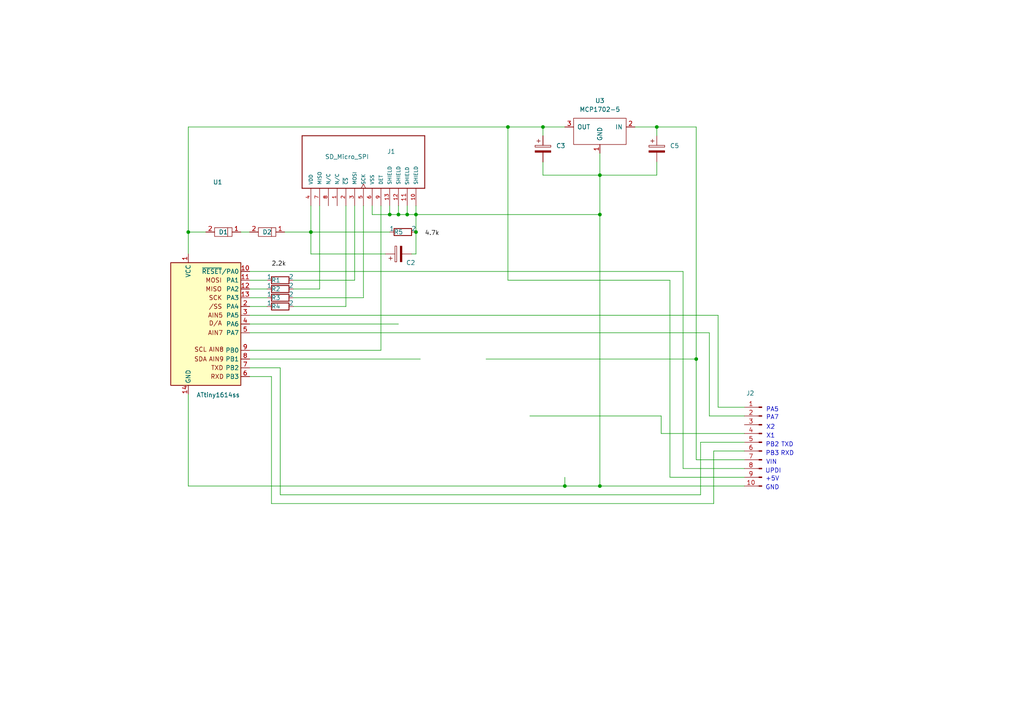
<source format=kicad_sch>
(kicad_sch
	(version 20231120)
	(generator "eeschema")
	(generator_version "8.0")
	(uuid "b5cd6db1-4abe-4d3c-9ebc-c75c5a7dcb00")
	(paper "A4")
	(lib_symbols
		(symbol "0_Library:1N4004"
			(pin_names
				(offset 1.016)
			)
			(exclude_from_sim no)
			(in_bom yes)
			(on_board yes)
			(property "Reference" "D"
				(at 5.08 0 0)
				(do_not_autoplace)
				(effects
					(font
						(size 1.27 1.27)
					)
				)
			)
			(property "Value" "1N4004"
				(at 12.7 -1.27 0)
				(do_not_autoplace)
				(effects
					(font
						(size 1.27 1.27)
					)
					(hide yes)
				)
			)
			(property "Footprint" "0_Footprint:DO_PWR"
				(at 3.81 -2.54 0)
				(effects
					(font
						(size 1.27 1.27)
					)
					(hide yes)
				)
			)
			(property "Datasheet" ""
				(at 5.08 0 0)
				(effects
					(font
						(size 1.27 1.27)
					)
					(hide yes)
				)
			)
			(property "Description" ""
				(at 0 0 0)
				(effects
					(font
						(size 1.27 1.27)
					)
					(hide yes)
				)
			)
			(symbol "1N4004_0_1"
				(polyline
					(pts
						(xy 3.81 1.27) (xy 3.81 -1.27)
					)
					(stroke
						(width 0)
						(type solid)
					)
					(fill
						(type none)
					)
				)
				(rectangle
					(start 2.54 1.27)
					(end 7.62 -1.27)
					(stroke
						(width 0)
						(type solid)
					)
					(fill
						(type none)
					)
				)
			)
			(symbol "1N4004_1_1"
				(pin input line
					(at 0 0 0)
					(length 2.54)
					(name "~"
						(effects
							(font
								(size 1.27 1.27)
							)
						)
					)
					(number "1"
						(effects
							(font
								(size 1.27 1.27)
							)
						)
					)
				)
				(pin input line
					(at 10.16 0 180)
					(length 2.54)
					(name "~"
						(effects
							(font
								(size 1.27 1.27)
							)
						)
					)
					(number "2"
						(effects
							(font
								(size 1.27 1.27)
							)
						)
					)
				)
			)
		)
		(symbol "0_Library:ATtiny1614ss"
			(exclude_from_sim no)
			(in_bom yes)
			(on_board yes)
			(property "Reference" "U"
				(at -12.7 16.51 0)
				(effects
					(font
						(size 1.27 1.27)
					)
					(justify left bottom)
				)
			)
			(property "Value" "ATtiny1614ss"
				(at 20.32 -34.036 0)
				(effects
					(font
						(size 1.27 1.27)
					)
					(justify left top)
				)
			)
			(property "Footprint" "Package_SO:SOIC-14_3.9x8.7mm_P1.27mm"
				(at -2.54 33.02 0)
				(effects
					(font
						(size 1.27 1.27)
						(italic yes)
					)
					(hide yes)
				)
			)
			(property "Datasheet" ""
				(at -2.54 33.02 0)
				(effects
					(font
						(size 1.27 1.27)
					)
					(hide yes)
				)
			)
			(property "Description" ""
				(at -2.54 33.02 0)
				(effects
					(font
						(size 1.27 1.27)
					)
					(hide yes)
				)
			)
			(property "ki_keywords" "AVR 8bit Microcontroller tinyAVR"
				(at 0 0 0)
				(effects
					(font
						(size 1.27 1.27)
					)
					(hide yes)
				)
			)
			(property "ki_fp_filters" "SOIC*3.9x8.7mm*P1.27mm*"
				(at 0 0 0)
				(effects
					(font
						(size 1.27 1.27)
					)
					(hide yes)
				)
			)
			(symbol "ATtiny1614ss_0_1"
				(rectangle
					(start -7.62 12.7)
					(end 12.7 -22.86)
					(stroke
						(width 0.254)
						(type default)
					)
					(fill
						(type background)
					)
				)
			)
			(symbol "ATtiny1614ss_1_1"
				(text "/SS"
					(at 5.334 0 0)
					(effects
						(font
							(size 1.27 1.27)
						)
					)
				)
				(text "AIN5"
					(at 5.334 -2.54 0)
					(effects
						(font
							(size 1.27 1.27)
						)
					)
				)
				(text "AIN7"
					(at 5.334 -7.62 0)
					(effects
						(font
							(size 1.27 1.27)
						)
					)
				)
				(text "AIN8"
					(at 5.588 -12.446 0)
					(effects
						(font
							(size 1.27 1.27)
						)
					)
				)
				(text "AIN9"
					(at 5.588 -15.24 0)
					(effects
						(font
							(size 1.27 1.27)
						)
					)
				)
				(text "D/A"
					(at 5.334 -4.826 0)
					(effects
						(font
							(size 1.27 1.27)
						)
					)
				)
				(text "MISO"
					(at 4.826 5.08 0)
					(effects
						(font
							(size 1.27 1.27)
						)
					)
				)
				(text "MOSI"
					(at 4.826 7.62 0)
					(effects
						(font
							(size 1.27 1.27)
						)
					)
				)
				(text "RXD"
					(at 5.842 -20.32 0)
					(effects
						(font
							(size 1.27 1.27)
						)
					)
				)
				(text "SCK"
					(at 5.334 2.54 0)
					(effects
						(font
							(size 1.27 1.27)
						)
					)
				)
				(text "SCL"
					(at 1.016 -12.446 0)
					(effects
						(font
							(size 1.27 1.27)
						)
					)
				)
				(text "SDA"
					(at 1.016 -15.24 0)
					(effects
						(font
							(size 1.27 1.27)
						)
					)
				)
				(text "TXD"
					(at 5.842 -17.78 0)
					(effects
						(font
							(size 1.27 1.27)
						)
					)
				)
				(pin power_in line
					(at -2.54 15.24 270)
					(length 2.54)
					(name "VCC"
						(effects
							(font
								(size 1.27 1.27)
							)
						)
					)
					(number "1"
						(effects
							(font
								(size 1.27 1.27)
							)
						)
					)
				)
				(pin bidirectional line
					(at 15.24 10.16 180)
					(length 2.54)
					(name "~{RESET}/PA0"
						(effects
							(font
								(size 1.27 1.27)
							)
						)
					)
					(number "10"
						(effects
							(font
								(size 1.27 1.27)
							)
						)
					)
				)
				(pin bidirectional line
					(at 15.24 7.62 180)
					(length 2.54)
					(name "PA1"
						(effects
							(font
								(size 1.27 1.27)
							)
						)
					)
					(number "11"
						(effects
							(font
								(size 1.27 1.27)
							)
						)
					)
				)
				(pin bidirectional line
					(at 15.24 5.08 180)
					(length 2.54)
					(name "PA2"
						(effects
							(font
								(size 1.27 1.27)
							)
						)
					)
					(number "12"
						(effects
							(font
								(size 1.27 1.27)
							)
						)
					)
				)
				(pin bidirectional line
					(at 15.24 2.54 180)
					(length 2.54)
					(name "PA3"
						(effects
							(font
								(size 1.27 1.27)
							)
						)
					)
					(number "13"
						(effects
							(font
								(size 1.27 1.27)
							)
						)
					)
				)
				(pin power_in line
					(at -2.54 -25.4 90)
					(length 2.54)
					(name "GND"
						(effects
							(font
								(size 1.27 1.27)
							)
						)
					)
					(number "14"
						(effects
							(font
								(size 1.27 1.27)
							)
						)
					)
				)
				(pin bidirectional line
					(at 15.24 0 180)
					(length 2.54)
					(name "PA4"
						(effects
							(font
								(size 1.27 1.27)
							)
						)
					)
					(number "2"
						(effects
							(font
								(size 1.27 1.27)
							)
						)
					)
				)
				(pin bidirectional line
					(at 15.24 -2.54 180)
					(length 2.54)
					(name "PA5"
						(effects
							(font
								(size 1.27 1.27)
							)
						)
					)
					(number "3"
						(effects
							(font
								(size 1.27 1.27)
							)
						)
					)
				)
				(pin bidirectional line
					(at 15.24 -5.08 180)
					(length 2.54)
					(name "PA6"
						(effects
							(font
								(size 1.27 1.27)
							)
						)
					)
					(number "4"
						(effects
							(font
								(size 1.27 1.27)
							)
						)
					)
				)
				(pin bidirectional line
					(at 15.24 -7.62 180)
					(length 2.54)
					(name "PA7"
						(effects
							(font
								(size 1.27 1.27)
							)
						)
					)
					(number "5"
						(effects
							(font
								(size 1.27 1.27)
							)
						)
					)
				)
				(pin bidirectional line
					(at 15.24 -20.32 180)
					(length 2.54)
					(name "PB3"
						(effects
							(font
								(size 1.27 1.27)
							)
						)
					)
					(number "6"
						(effects
							(font
								(size 1.27 1.27)
							)
						)
					)
				)
				(pin bidirectional line
					(at 15.24 -17.78 180)
					(length 2.54)
					(name "PB2"
						(effects
							(font
								(size 1.27 1.27)
							)
						)
					)
					(number "7"
						(effects
							(font
								(size 1.27 1.27)
							)
						)
					)
				)
				(pin bidirectional line
					(at 15.24 -15.24 180)
					(length 2.54)
					(name "PB1"
						(effects
							(font
								(size 1.27 1.27)
							)
						)
					)
					(number "8"
						(effects
							(font
								(size 1.27 1.27)
							)
						)
					)
				)
				(pin bidirectional line
					(at 15.24 -12.7 180)
					(length 2.54)
					(name "PB0"
						(effects
							(font
								(size 1.27 1.27)
							)
						)
					)
					(number "9"
						(effects
							(font
								(size 1.27 1.27)
							)
						)
					)
				)
			)
		)
		(symbol "0_Library:CP_Small"
			(pin_numbers hide)
			(pin_names
				(offset 0.0508)
			)
			(exclude_from_sim no)
			(in_bom yes)
			(on_board yes)
			(property "Reference" "C"
				(at 0.635 6.35 0)
				(effects
					(font
						(size 1.27 1.27)
					)
					(justify left)
				)
			)
			(property "Value" "CP_Small"
				(at 0.635 1.27 0)
				(effects
					(font
						(size 1.27 1.27)
					)
					(justify left)
					(hide yes)
				)
			)
			(property "Footprint" "Capacitor_THT:CP_Radial_D4.0mm_P2.00mm"
				(at 0.9652 0 0)
				(effects
					(font
						(size 1.27 1.27)
					)
					(hide yes)
				)
			)
			(property "Datasheet" "~"
				(at 0 3.81 0)
				(effects
					(font
						(size 1.27 1.27)
					)
					(hide yes)
				)
			)
			(property "Description" "Polarized capacitor"
				(at 0 0 0)
				(effects
					(font
						(size 1.27 1.27)
					)
					(hide yes)
				)
			)
			(property "ki_keywords" "cap capacitor"
				(at 0 0 0)
				(effects
					(font
						(size 1.27 1.27)
					)
					(hide yes)
				)
			)
			(property "ki_fp_filters" "CP_*"
				(at 0 0 0)
				(effects
					(font
						(size 1.27 1.27)
					)
					(hide yes)
				)
			)
			(symbol "CP_Small_0_1"
				(rectangle
					(start -2.286 4.318)
					(end 2.286 4.826)
					(stroke
						(width 0)
						(type solid)
					)
					(fill
						(type none)
					)
				)
				(polyline
					(pts
						(xy -1.778 6.096) (xy -0.762 6.096)
					)
					(stroke
						(width 0)
						(type solid)
					)
					(fill
						(type none)
					)
				)
				(polyline
					(pts
						(xy -1.27 6.604) (xy -1.27 5.588)
					)
					(stroke
						(width 0)
						(type solid)
					)
					(fill
						(type none)
					)
				)
				(rectangle
					(start 2.286 3.302)
					(end -2.286 2.794)
					(stroke
						(width 0)
						(type solid)
					)
					(fill
						(type outline)
					)
				)
			)
			(symbol "CP_Small_1_1"
				(pin passive line
					(at 0 7.62 270)
					(length 2.794)
					(name "~"
						(effects
							(font
								(size 1.27 1.27)
							)
						)
					)
					(number "1"
						(effects
							(font
								(size 1.27 1.27)
							)
						)
					)
				)
				(pin passive line
					(at 0 0 90)
					(length 2.794)
					(name "~"
						(effects
							(font
								(size 1.27 1.27)
							)
						)
					)
					(number "2"
						(effects
							(font
								(size 1.27 1.27)
							)
						)
					)
				)
			)
		)
		(symbol "0_Library:Conn_01x10_MaleP"
			(pin_names
				(offset 1.016) hide)
			(exclude_from_sim no)
			(in_bom yes)
			(on_board yes)
			(property "Reference" "J"
				(at 0 12.7 0)
				(effects
					(font
						(size 1.27 1.27)
					)
				)
			)
			(property "Value" "Conn_01x10_MaleP"
				(at 0 -15.24 0)
				(effects
					(font
						(size 1.27 1.27)
					)
					(hide yes)
				)
			)
			(property "Footprint" "Connector_PinHeader_2.54mm:PinHeader_1x10_P2.54mm_Vertical"
				(at 0 0 0)
				(effects
					(font
						(size 1.27 1.27)
					)
					(hide yes)
				)
			)
			(property "Datasheet" "~"
				(at 0 0 0)
				(effects
					(font
						(size 1.27 1.27)
					)
					(hide yes)
				)
			)
			(property "Description" "Generic connector, single row, 01x10, script generated (kicad-library-utils/schlib/autogen/connector/)"
				(at 0 0 0)
				(effects
					(font
						(size 1.27 1.27)
					)
					(hide yes)
				)
			)
			(property "ki_keywords" "connector"
				(at 0 0 0)
				(effects
					(font
						(size 1.27 1.27)
					)
					(hide yes)
				)
			)
			(property "ki_fp_filters" "Connector*:*_1x??_*"
				(at 0 0 0)
				(effects
					(font
						(size 1.27 1.27)
					)
					(hide yes)
				)
			)
			(symbol "Conn_01x10_MaleP_1_1"
				(polyline
					(pts
						(xy 1.27 -12.7) (xy 0.8636 -12.7)
					)
					(stroke
						(width 0.1524)
						(type solid)
					)
					(fill
						(type none)
					)
				)
				(polyline
					(pts
						(xy 1.27 -10.16) (xy 0.8636 -10.16)
					)
					(stroke
						(width 0.1524)
						(type solid)
					)
					(fill
						(type none)
					)
				)
				(polyline
					(pts
						(xy 1.27 -7.62) (xy 0.8636 -7.62)
					)
					(stroke
						(width 0.1524)
						(type solid)
					)
					(fill
						(type none)
					)
				)
				(polyline
					(pts
						(xy 1.27 -5.08) (xy 0.8636 -5.08)
					)
					(stroke
						(width 0.1524)
						(type solid)
					)
					(fill
						(type none)
					)
				)
				(polyline
					(pts
						(xy 1.27 -2.54) (xy 0.8636 -2.54)
					)
					(stroke
						(width 0.1524)
						(type solid)
					)
					(fill
						(type none)
					)
				)
				(polyline
					(pts
						(xy 1.27 0) (xy 0.8636 0)
					)
					(stroke
						(width 0.1524)
						(type solid)
					)
					(fill
						(type none)
					)
				)
				(polyline
					(pts
						(xy 1.27 2.54) (xy 0.8636 2.54)
					)
					(stroke
						(width 0.1524)
						(type solid)
					)
					(fill
						(type none)
					)
				)
				(polyline
					(pts
						(xy 1.27 5.08) (xy 0.8636 5.08)
					)
					(stroke
						(width 0.1524)
						(type solid)
					)
					(fill
						(type none)
					)
				)
				(polyline
					(pts
						(xy 1.27 7.62) (xy 0.8636 7.62)
					)
					(stroke
						(width 0.1524)
						(type solid)
					)
					(fill
						(type none)
					)
				)
				(polyline
					(pts
						(xy 1.27 10.16) (xy 0.8636 10.16)
					)
					(stroke
						(width 0.1524)
						(type solid)
					)
					(fill
						(type none)
					)
				)
				(rectangle
					(start 0.8636 -12.573)
					(end 0 -12.827)
					(stroke
						(width 0.1524)
						(type solid)
					)
					(fill
						(type outline)
					)
				)
				(rectangle
					(start 0.8636 -10.033)
					(end 0 -10.287)
					(stroke
						(width 0.1524)
						(type solid)
					)
					(fill
						(type outline)
					)
				)
				(rectangle
					(start 0.8636 -7.493)
					(end 0 -7.747)
					(stroke
						(width 0.1524)
						(type solid)
					)
					(fill
						(type outline)
					)
				)
				(rectangle
					(start 0.8636 -4.953)
					(end 0 -5.207)
					(stroke
						(width 0.1524)
						(type solid)
					)
					(fill
						(type outline)
					)
				)
				(rectangle
					(start 0.8636 -2.413)
					(end 0 -2.667)
					(stroke
						(width 0.1524)
						(type solid)
					)
					(fill
						(type outline)
					)
				)
				(rectangle
					(start 0.8636 0.127)
					(end 0 -0.127)
					(stroke
						(width 0.1524)
						(type solid)
					)
					(fill
						(type outline)
					)
				)
				(rectangle
					(start 0.8636 2.667)
					(end 0 2.413)
					(stroke
						(width 0.1524)
						(type solid)
					)
					(fill
						(type outline)
					)
				)
				(rectangle
					(start 0.8636 5.207)
					(end 0 4.953)
					(stroke
						(width 0.1524)
						(type solid)
					)
					(fill
						(type outline)
					)
				)
				(rectangle
					(start 0.8636 7.747)
					(end 0 7.493)
					(stroke
						(width 0.1524)
						(type solid)
					)
					(fill
						(type outline)
					)
				)
				(rectangle
					(start 0.8636 10.287)
					(end 0 10.033)
					(stroke
						(width 0.1524)
						(type solid)
					)
					(fill
						(type outline)
					)
				)
				(pin passive line
					(at 5.08 10.16 180)
					(length 3.81)
					(name "Pin_1"
						(effects
							(font
								(size 1.27 1.27)
							)
						)
					)
					(number "1"
						(effects
							(font
								(size 1.27 1.27)
							)
						)
					)
				)
				(pin passive line
					(at 5.08 -12.7 180)
					(length 3.81)
					(name "Pin_10"
						(effects
							(font
								(size 1.27 1.27)
							)
						)
					)
					(number "10"
						(effects
							(font
								(size 1.27 1.27)
							)
						)
					)
				)
				(pin passive line
					(at 5.08 7.62 180)
					(length 3.81)
					(name "Pin_2"
						(effects
							(font
								(size 1.27 1.27)
							)
						)
					)
					(number "2"
						(effects
							(font
								(size 1.27 1.27)
							)
						)
					)
				)
				(pin passive line
					(at 5.08 5.08 180)
					(length 3.81)
					(name "Pin_3"
						(effects
							(font
								(size 1.27 1.27)
							)
						)
					)
					(number "3"
						(effects
							(font
								(size 1.27 1.27)
							)
						)
					)
				)
				(pin passive line
					(at 5.08 2.54 180)
					(length 3.81)
					(name "Pin_4"
						(effects
							(font
								(size 1.27 1.27)
							)
						)
					)
					(number "4"
						(effects
							(font
								(size 1.27 1.27)
							)
						)
					)
				)
				(pin passive line
					(at 5.08 0 180)
					(length 3.81)
					(name "Pin_5"
						(effects
							(font
								(size 1.27 1.27)
							)
						)
					)
					(number "5"
						(effects
							(font
								(size 1.27 1.27)
							)
						)
					)
				)
				(pin passive line
					(at 5.08 -2.54 180)
					(length 3.81)
					(name "Pin_6"
						(effects
							(font
								(size 1.27 1.27)
							)
						)
					)
					(number "6"
						(effects
							(font
								(size 1.27 1.27)
							)
						)
					)
				)
				(pin passive line
					(at 5.08 -5.08 180)
					(length 3.81)
					(name "Pin_7"
						(effects
							(font
								(size 1.27 1.27)
							)
						)
					)
					(number "7"
						(effects
							(font
								(size 1.27 1.27)
							)
						)
					)
				)
				(pin passive line
					(at 5.08 -7.62 180)
					(length 3.81)
					(name "Pin_8"
						(effects
							(font
								(size 1.27 1.27)
							)
						)
					)
					(number "8"
						(effects
							(font
								(size 1.27 1.27)
							)
						)
					)
				)
				(pin passive line
					(at 5.08 -10.16 180)
					(length 3.81)
					(name "Pin_9"
						(effects
							(font
								(size 1.27 1.27)
							)
						)
					)
					(number "9"
						(effects
							(font
								(size 1.27 1.27)
							)
						)
					)
				)
			)
		)
		(symbol "0_Library:MCP1702-5"
			(pin_names
				(offset 1.016)
			)
			(exclude_from_sim no)
			(in_bom yes)
			(on_board yes)
			(property "Reference" "U"
				(at -7.62 7.62 0)
				(effects
					(font
						(size 1.27 1.27)
					)
				)
			)
			(property "Value" "MCP1702-5"
				(at -2.54 5.08 0)
				(effects
					(font
						(size 1.27 1.27)
					)
				)
			)
			(property "Footprint" "0_Footprint:TO-92X"
				(at 7.62 -7.62 0)
				(effects
					(font
						(size 1.27 1.27)
					)
					(hide yes)
				)
			)
			(property "Datasheet" ""
				(at 0 0 0)
				(effects
					(font
						(size 1.27 1.27)
					)
					(hide yes)
				)
			)
			(property "Description" ""
				(at 0 0 0)
				(effects
					(font
						(size 1.27 1.27)
					)
					(hide yes)
				)
			)
			(symbol "MCP1702-5_0_1"
				(rectangle
					(start -10.16 2.54)
					(end 5.08 -5.08)
					(stroke
						(width 0)
						(type solid)
					)
					(fill
						(type none)
					)
				)
			)
			(symbol "MCP1702-5_1_1"
				(pin input line
					(at -2.54 -7.62 90)
					(length 2.54)
					(name "GND"
						(effects
							(font
								(size 1.27 1.27)
							)
						)
					)
					(number "1"
						(effects
							(font
								(size 1.27 1.27)
							)
						)
					)
				)
				(pin input line
					(at -12.7 0 0)
					(length 2.54)
					(name "IN"
						(effects
							(font
								(size 1.27 1.27)
							)
						)
					)
					(number "2"
						(effects
							(font
								(size 1.27 1.27)
							)
						)
					)
				)
				(pin input line
					(at 7.62 0 180)
					(length 2.54)
					(name "OUT"
						(effects
							(font
								(size 1.27 1.27)
							)
						)
					)
					(number "3"
						(effects
							(font
								(size 1.27 1.27)
							)
						)
					)
				)
			)
		)
		(symbol "0_Library:Resistor"
			(pin_numbers hide)
			(pin_names
				(offset 0)
			)
			(exclude_from_sim no)
			(in_bom yes)
			(on_board yes)
			(property "Reference" "R"
				(at 2.54 0 0)
				(do_not_autoplace)
				(effects
					(font
						(size 1.27 1.27)
					)
				)
			)
			(property "Value" "Resistor"
				(at 7.62 0.635 0)
				(effects
					(font
						(size 0.2032 0.2032)
					)
					(hide yes)
				)
			)
			(property "Footprint" "0_Footprint:QWSlim"
				(at 5.08 -2.54 0)
				(effects
					(font
						(size 1.27 1.27)
					)
					(hide yes)
				)
			)
			(property "Datasheet" "~"
				(at 3.81 2.54 90)
				(effects
					(font
						(size 1.27 1.27)
					)
					(hide yes)
				)
			)
			(property "Description" "Resistor"
				(at 0 0 0)
				(effects
					(font
						(size 1.27 1.27)
					)
					(hide yes)
				)
			)
			(property "ki_keywords" "R res resistor"
				(at 0 0 0)
				(effects
					(font
						(size 1.27 1.27)
					)
					(hide yes)
				)
			)
			(property "ki_fp_filters" "R_*"
				(at 0 0 0)
				(effects
					(font
						(size 1.27 1.27)
					)
					(hide yes)
				)
			)
			(symbol "Resistor_1_1"
				(rectangle
					(start 1.27 1.016)
					(end 6.35 -1.016)
					(stroke
						(width 0.254)
						(type solid)
					)
					(fill
						(type none)
					)
				)
				(pin passive line
					(at 0 0 0)
					(length 1.27)
					(name "1"
						(effects
							(font
								(size 1.27 1.27)
							)
						)
					)
					(number "1"
						(effects
							(font
								(size 1.27 1.27)
							)
						)
					)
				)
				(pin passive line
					(at 7.62 0 180)
					(length 1.27)
					(name "2"
						(effects
							(font
								(size 1.27 1.27)
							)
						)
					)
					(number "2"
						(effects
							(font
								(size 1.27 1.27)
							)
						)
					)
				)
			)
		)
		(symbol "0_Library:SD_Micro_SPI"
			(pin_names
				(offset 1.016)
			)
			(exclude_from_sim no)
			(in_bom yes)
			(on_board yes)
			(property "Reference" "J"
				(at 6.096 16.51 0)
				(effects
					(font
						(size 1.27 1.27)
					)
					(justify left bottom)
				)
			)
			(property "Value" "SD_Micro_SPI"
				(at 11.938 -15.494 90)
				(effects
					(font
						(size 1.27 1.27)
					)
					(justify left bottom)
				)
			)
			(property "Footprint" "0_Footprint:SD_Micro4A"
				(at 12.7 5.08 0)
				(effects
					(font
						(size 1.27 1.27)
					)
					(justify left bottom)
					(hide yes)
				)
			)
			(property "Datasheet" ""
				(at 0 -1.27 0)
				(effects
					(font
						(size 1.27 1.27)
					)
					(justify left bottom)
					(hide yes)
				)
			)
			(property "Description" ""
				(at 0 -1.27 0)
				(effects
					(font
						(size 1.27 1.27)
					)
					(hide yes)
				)
			)
			(property "MANUFACTURER" "GCT"
				(at 12.7 8.89 0)
				(effects
					(font
						(size 1.27 1.27)
					)
					(justify left bottom)
					(hide yes)
				)
			)
			(symbol "SD_Micro_SPI_0_0"
				(polyline
					(pts
						(xy 0 -20.32) (xy 0 15.24)
					)
					(stroke
						(width 0.254)
						(type solid)
					)
					(fill
						(type none)
					)
				)
				(polyline
					(pts
						(xy 0 15.24) (xy 15.24 15.24)
					)
					(stroke
						(width 0.254)
						(type solid)
					)
					(fill
						(type none)
					)
				)
				(polyline
					(pts
						(xy 15.24 -20.32) (xy 0 -20.32)
					)
					(stroke
						(width 0.254)
						(type solid)
					)
					(fill
						(type none)
					)
				)
				(polyline
					(pts
						(xy 15.24 15.24) (xy 15.24 -20.32)
					)
					(stroke
						(width 0.254)
						(type solid)
					)
					(fill
						(type none)
					)
				)
				(pin bidirectional line
					(at -5.08 5.08 0)
					(length 5.08)
					(name "N/C"
						(effects
							(font
								(size 1.016 1.016)
							)
						)
					)
					(number "1"
						(effects
							(font
								(size 1.016 1.016)
							)
						)
					)
				)
				(pin passive line
					(at -5.08 -17.78 0)
					(length 5.08)
					(name "SHIELD"
						(effects
							(font
								(size 1.016 1.016)
							)
						)
					)
					(number "10"
						(effects
							(font
								(size 1.016 1.016)
							)
						)
					)
				)
				(pin passive line
					(at -5.08 -12.7 0)
					(length 5.08)
					(name "SHIELD"
						(effects
							(font
								(size 1.016 1.016)
							)
						)
					)
					(number "12"
						(effects
							(font
								(size 1.016 1.016)
							)
						)
					)
				)
				(pin passive line
					(at -5.08 -10.16 0)
					(length 5.08)
					(name "SHIELD"
						(effects
							(font
								(size 1.016 1.016)
							)
						)
					)
					(number "13"
						(effects
							(font
								(size 1.016 1.016)
							)
						)
					)
				)
				(pin bidirectional line
					(at -5.08 2.54 0)
					(length 5.08)
					(name "~{CS}"
						(effects
							(font
								(size 1.016 1.016)
							)
						)
					)
					(number "2"
						(effects
							(font
								(size 1.016 1.016)
							)
						)
					)
				)
				(pin bidirectional line
					(at -5.08 0 0)
					(length 5.08)
					(name "MOSI"
						(effects
							(font
								(size 1.016 1.016)
							)
						)
					)
					(number "3"
						(effects
							(font
								(size 1.016 1.016)
							)
						)
					)
				)
				(pin power_in line
					(at -5.08 12.7 0)
					(length 5.08)
					(name "VDD"
						(effects
							(font
								(size 1.016 1.016)
							)
						)
					)
					(number "4"
						(effects
							(font
								(size 1.016 1.016)
							)
						)
					)
				)
				(pin bidirectional clock
					(at -5.08 -2.54 0)
					(length 5.08)
					(name "SCK"
						(effects
							(font
								(size 1.016 1.016)
							)
						)
					)
					(number "5"
						(effects
							(font
								(size 1.016 1.016)
							)
						)
					)
				)
				(pin power_in line
					(at -5.08 -5.08 0)
					(length 5.08)
					(name "VSS"
						(effects
							(font
								(size 1.016 1.016)
							)
						)
					)
					(number "6"
						(effects
							(font
								(size 1.016 1.016)
							)
						)
					)
				)
				(pin bidirectional line
					(at -5.08 10.16 0)
					(length 5.08)
					(name "MISO"
						(effects
							(font
								(size 1.016 1.016)
							)
						)
					)
					(number "7"
						(effects
							(font
								(size 1.016 1.016)
							)
						)
					)
				)
				(pin bidirectional line
					(at -5.08 7.62 0)
					(length 5.08)
					(name "N/C"
						(effects
							(font
								(size 1.016 1.016)
							)
						)
					)
					(number "8"
						(effects
							(font
								(size 1.016 1.016)
							)
						)
					)
				)
				(pin passive line
					(at -5.08 -7.62 0)
					(length 5.08)
					(name "DET"
						(effects
							(font
								(size 1.016 1.016)
							)
						)
					)
					(number "9"
						(effects
							(font
								(size 1.016 1.016)
							)
						)
					)
				)
			)
			(symbol "SD_Micro_SPI_1_1"
				(pin input line
					(at -5.08 -15.24 0)
					(length 5.0038)
					(name "SHIELD"
						(effects
							(font
								(size 0.9906 0.9906)
							)
						)
					)
					(number "11"
						(effects
							(font
								(size 1.27 1.27)
							)
						)
					)
				)
			)
		)
	)
	(junction
		(at 147.32 36.83)
		(diameter 0)
		(color 0 0 0 0)
		(uuid "05a28a24-8826-4672-9fa3-c1c82cfc9bd7")
	)
	(junction
		(at 173.99 50.8)
		(diameter 0)
		(color 0 0 0 0)
		(uuid "077c89c9-5884-4c04-bab7-633e78e9990e")
	)
	(junction
		(at 201.93 104.14)
		(diameter 0)
		(color 0 0 0 0)
		(uuid "2fa883b6-043a-4367-99d5-590fb15981fd")
	)
	(junction
		(at 157.48 36.83)
		(diameter 0)
		(color 0 0 0 0)
		(uuid "44915681-b9ac-4cbf-8f40-b04c8eab8cb7")
	)
	(junction
		(at 173.99 140.97)
		(diameter 0)
		(color 0 0 0 0)
		(uuid "4ee1ece5-dc42-41d8-9ec0-d05d8c2e3f25")
	)
	(junction
		(at 163.83 140.97)
		(diameter 0)
		(color 0 0 0 0)
		(uuid "54b4f876-aca5-46b1-9eb8-85a472cbeeee")
	)
	(junction
		(at 118.11 62.23)
		(diameter 0)
		(color 0 0 0 0)
		(uuid "828124a0-248d-4bff-ace1-a46f036a0dfc")
	)
	(junction
		(at 113.03 62.23)
		(diameter 0)
		(color 0 0 0 0)
		(uuid "a335c02a-5f92-4ba9-8f8b-c58c1f846fd0")
	)
	(junction
		(at 115.57 62.23)
		(diameter 0)
		(color 0 0 0 0)
		(uuid "bc243f32-e24a-44d9-9aff-829fba0d541d")
	)
	(junction
		(at 190.5 36.83)
		(diameter 0)
		(color 0 0 0 0)
		(uuid "d250ae60-1c43-401d-a9b3-293fe575784a")
	)
	(junction
		(at 120.65 62.23)
		(diameter 0)
		(color 0 0 0 0)
		(uuid "d2e247b6-4068-44da-9ebf-52914fea31d0")
	)
	(junction
		(at 54.61 67.31)
		(diameter 0)
		(color 0 0 0 0)
		(uuid "ea43a236-5c6b-4bba-81bf-d1e3110ee5f3")
	)
	(junction
		(at 173.99 62.23)
		(diameter 0)
		(color 0 0 0 0)
		(uuid "f12703c6-75ba-4179-83dd-05a30a466951")
	)
	(junction
		(at 120.65 67.31)
		(diameter 0)
		(color 0 0 0 0)
		(uuid "f3ddeb79-16a6-4f2b-901d-565047c8b491")
	)
	(junction
		(at 90.17 67.31)
		(diameter 0)
		(color 0 0 0 0)
		(uuid "fbeeaa2f-b911-4dbc-b37a-63b71cfe06f1")
	)
	(wire
		(pts
			(xy 190.5 39.37) (xy 190.5 36.83)
		)
		(stroke
			(width 0)
			(type default)
		)
		(uuid "027cdd58-4cca-4403-ac08-429e678af5b7")
	)
	(wire
		(pts
			(xy 107.95 59.69) (xy 107.95 62.23)
		)
		(stroke
			(width 0)
			(type default)
		)
		(uuid "038e528e-9688-41f1-a193-4a3ac2e0d81a")
	)
	(wire
		(pts
			(xy 90.17 59.69) (xy 90.17 67.31)
		)
		(stroke
			(width 0)
			(type default)
		)
		(uuid "04b6e264-55c7-4555-90bc-bf9ddb9bdcc1")
	)
	(wire
		(pts
			(xy 81.28 106.68) (xy 81.28 143.51)
		)
		(stroke
			(width 0)
			(type default)
		)
		(uuid "09feb82f-c277-4701-9356-582ac93c142f")
	)
	(wire
		(pts
			(xy 54.61 114.3) (xy 54.61 140.97)
		)
		(stroke
			(width 0)
			(type default)
		)
		(uuid "0e9fa465-a32b-49aa-aaa0-4ab8b9c9a771")
	)
	(wire
		(pts
			(xy 78.74 109.22) (xy 78.74 146.05)
		)
		(stroke
			(width 0)
			(type default)
		)
		(uuid "0ea6a630-99b2-44fe-ae92-e454a190fd51")
	)
	(wire
		(pts
			(xy 111.76 73.66) (xy 90.17 73.66)
		)
		(stroke
			(width 0)
			(type default)
		)
		(uuid "143280e7-1fdc-4a3d-af75-8bc4c0cbc86f")
	)
	(wire
		(pts
			(xy 72.39 83.82) (xy 77.47 83.82)
		)
		(stroke
			(width 0)
			(type default)
		)
		(uuid "19ec329b-4cc2-42dc-a389-9b5100b4d53f")
	)
	(wire
		(pts
			(xy 115.57 59.69) (xy 115.57 62.23)
		)
		(stroke
			(width 0)
			(type default)
		)
		(uuid "1c888695-8bf4-4f07-bec8-e2b3a04c6a07")
	)
	(wire
		(pts
			(xy 72.39 106.68) (xy 81.28 106.68)
		)
		(stroke
			(width 0)
			(type default)
		)
		(uuid "1fb602b4-d06e-4f69-8f17-c9b6f9946484")
	)
	(wire
		(pts
			(xy 207.01 130.81) (xy 215.9 130.81)
		)
		(stroke
			(width 0)
			(type default)
		)
		(uuid "2031db16-2c97-4a65-b65d-25f349fe331c")
	)
	(wire
		(pts
			(xy 147.32 36.83) (xy 157.48 36.83)
		)
		(stroke
			(width 0)
			(type default)
		)
		(uuid "227c8388-18fa-44ae-bfaf-2787d165a65b")
	)
	(wire
		(pts
			(xy 85.09 88.9) (xy 100.33 88.9)
		)
		(stroke
			(width 0)
			(type default)
		)
		(uuid "24413715-5069-4e07-867f-9a96fc7cc9ad")
	)
	(wire
		(pts
			(xy 102.87 81.28) (xy 102.87 59.69)
		)
		(stroke
			(width 0)
			(type default)
		)
		(uuid "317a3466-53a8-468f-9d23-12479c709862")
	)
	(wire
		(pts
			(xy 78.74 146.05) (xy 207.01 146.05)
		)
		(stroke
			(width 0)
			(type default)
		)
		(uuid "35867a7b-b535-4eb8-af67-6aaf3a6db252")
	)
	(wire
		(pts
			(xy 201.93 133.35) (xy 215.9 133.35)
		)
		(stroke
			(width 0)
			(type default)
		)
		(uuid "36507945-71dd-4976-872c-f6f63e4568c7")
	)
	(wire
		(pts
			(xy 113.03 67.31) (xy 90.17 67.31)
		)
		(stroke
			(width 0)
			(type default)
		)
		(uuid "3fb42fb5-45d1-41e6-8388-489978c107ba")
	)
	(wire
		(pts
			(xy 194.31 81.28) (xy 194.31 138.43)
		)
		(stroke
			(width 0)
			(type default)
		)
		(uuid "4113c00e-c362-4f1f-b495-6ff3970cf506")
	)
	(wire
		(pts
			(xy 120.65 59.69) (xy 120.65 62.23)
		)
		(stroke
			(width 0)
			(type default)
		)
		(uuid "434a61d1-d58c-4dd2-a208-e7f2b5868e32")
	)
	(wire
		(pts
			(xy 54.61 36.83) (xy 54.61 67.31)
		)
		(stroke
			(width 0)
			(type default)
		)
		(uuid "47bf0f26-99e7-4fa9-80f6-49d6cd23ab00")
	)
	(wire
		(pts
			(xy 203.2 143.51) (xy 203.2 128.27)
		)
		(stroke
			(width 0)
			(type default)
		)
		(uuid "4bf7e407-e10c-468d-a96a-8a79cfcbf024")
	)
	(wire
		(pts
			(xy 208.28 91.44) (xy 208.28 118.11)
		)
		(stroke
			(width 0)
			(type default)
		)
		(uuid "4d958627-542d-40a2-997e-b3e704488335")
	)
	(wire
		(pts
			(xy 118.11 62.23) (xy 120.65 62.23)
		)
		(stroke
			(width 0)
			(type default)
		)
		(uuid "4ea55901-645d-41f0-8db4-a217df745fc1")
	)
	(wire
		(pts
			(xy 72.39 109.22) (xy 78.74 109.22)
		)
		(stroke
			(width 0)
			(type default)
		)
		(uuid "511465af-858f-4452-a67c-353fd9286f36")
	)
	(wire
		(pts
			(xy 85.09 81.28) (xy 102.87 81.28)
		)
		(stroke
			(width 0)
			(type default)
		)
		(uuid "535bcc2f-5f6e-47a0-87a9-67dbddd93bf8")
	)
	(wire
		(pts
			(xy 157.48 36.83) (xy 157.48 39.37)
		)
		(stroke
			(width 0)
			(type default)
		)
		(uuid "544c8131-36b0-48c0-aa85-a8819890fbcf")
	)
	(wire
		(pts
			(xy 173.99 44.45) (xy 173.99 50.8)
		)
		(stroke
			(width 0)
			(type default)
		)
		(uuid "567198fc-68af-4e4b-8f96-5acf1f2d7047")
	)
	(wire
		(pts
			(xy 163.83 36.83) (xy 157.48 36.83)
		)
		(stroke
			(width 0)
			(type default)
		)
		(uuid "57fe1350-2d85-42e8-8929-fb1171bdc821")
	)
	(wire
		(pts
			(xy 107.95 62.23) (xy 113.03 62.23)
		)
		(stroke
			(width 0)
			(type default)
		)
		(uuid "5ab7e667-e3bf-43c7-8771-35169dbda1f3")
	)
	(wire
		(pts
			(xy 147.32 81.28) (xy 194.31 81.28)
		)
		(stroke
			(width 0)
			(type default)
		)
		(uuid "5b500825-a7e6-4964-bc8f-0c2a1b1106b5")
	)
	(wire
		(pts
			(xy 72.39 104.14) (xy 121.92 104.14)
		)
		(stroke
			(width 0)
			(type default)
		)
		(uuid "5ecc7d5a-46bb-4e54-acb0-e7da9de95e5e")
	)
	(wire
		(pts
			(xy 118.11 59.69) (xy 118.11 62.23)
		)
		(stroke
			(width 0)
			(type default)
		)
		(uuid "60a0b87d-0138-4292-899c-1bf500ef20b4")
	)
	(wire
		(pts
			(xy 85.09 83.82) (xy 92.71 83.82)
		)
		(stroke
			(width 0)
			(type default)
		)
		(uuid "62364cbe-d4bf-4721-bca7-3cf4fa4da407")
	)
	(wire
		(pts
			(xy 163.83 140.97) (xy 173.99 140.97)
		)
		(stroke
			(width 0)
			(type default)
		)
		(uuid "62774974-3032-4496-92fd-115e2d0151fe")
	)
	(wire
		(pts
			(xy 157.48 46.99) (xy 157.48 50.8)
		)
		(stroke
			(width 0)
			(type default)
		)
		(uuid "67418a15-9d24-4f3f-ad66-0220cd5b68b3")
	)
	(wire
		(pts
			(xy 191.77 120.65) (xy 191.77 125.73)
		)
		(stroke
			(width 0)
			(type default)
		)
		(uuid "6765367e-d0d2-4ceb-8e8f-c58645115e38")
	)
	(wire
		(pts
			(xy 69.85 67.31) (xy 72.39 67.31)
		)
		(stroke
			(width 0)
			(type default)
		)
		(uuid "6acdd51f-d6aa-4b7d-bea1-9cefc8a7fdd7")
	)
	(wire
		(pts
			(xy 140.97 104.14) (xy 201.93 104.14)
		)
		(stroke
			(width 0)
			(type default)
		)
		(uuid "6ca127a5-1f30-42cc-8de0-4364f87eaa72")
	)
	(wire
		(pts
			(xy 173.99 50.8) (xy 190.5 50.8)
		)
		(stroke
			(width 0)
			(type default)
		)
		(uuid "6ca137c3-f2a8-4768-9f15-9a5a1c946f30")
	)
	(wire
		(pts
			(xy 72.39 88.9) (xy 77.47 88.9)
		)
		(stroke
			(width 0)
			(type default)
		)
		(uuid "6ff8c222-0440-49a4-89e0-8be5e51d546e")
	)
	(wire
		(pts
			(xy 72.39 91.44) (xy 208.28 91.44)
		)
		(stroke
			(width 0)
			(type default)
		)
		(uuid "7730308a-36bd-4e04-9862-33abeda3da48")
	)
	(wire
		(pts
			(xy 81.28 143.51) (xy 203.2 143.51)
		)
		(stroke
			(width 0)
			(type default)
		)
		(uuid "77d834e5-a2da-47ed-b76a-519db54f6bc6")
	)
	(wire
		(pts
			(xy 85.09 86.36) (xy 105.41 86.36)
		)
		(stroke
			(width 0)
			(type default)
		)
		(uuid "790611e6-b90a-4818-a3fc-6f10cd80e089")
	)
	(wire
		(pts
			(xy 208.28 118.11) (xy 215.9 118.11)
		)
		(stroke
			(width 0)
			(type default)
		)
		(uuid "7d497e30-b58e-428a-842c-eb6fd4bed5f9")
	)
	(wire
		(pts
			(xy 113.03 62.23) (xy 115.57 62.23)
		)
		(stroke
			(width 0)
			(type default)
		)
		(uuid "810691f6-ac2d-4e75-9fd7-35bf638aade5")
	)
	(wire
		(pts
			(xy 90.17 67.31) (xy 90.17 73.66)
		)
		(stroke
			(width 0)
			(type default)
		)
		(uuid "81f9edc9-e39e-4c99-8868-66673055039c")
	)
	(wire
		(pts
			(xy 82.55 67.31) (xy 90.17 67.31)
		)
		(stroke
			(width 0)
			(type default)
		)
		(uuid "8b3a413c-632c-4c10-ab4c-6818354d8450")
	)
	(wire
		(pts
			(xy 147.32 36.83) (xy 147.32 81.28)
		)
		(stroke
			(width 0)
			(type default)
		)
		(uuid "8c15869a-7a86-40ac-bbbb-9f7081a5f4ad")
	)
	(wire
		(pts
			(xy 113.03 59.69) (xy 113.03 62.23)
		)
		(stroke
			(width 0)
			(type default)
		)
		(uuid "8d2880dc-2c95-4e51-8c8b-dea19411185b")
	)
	(wire
		(pts
			(xy 72.39 93.98) (xy 115.57 93.98)
		)
		(stroke
			(width 0)
			(type default)
		)
		(uuid "94c9bfe8-7732-439d-bab9-8fa53c17e0e5")
	)
	(wire
		(pts
			(xy 201.93 104.14) (xy 201.93 133.35)
		)
		(stroke
			(width 0)
			(type default)
		)
		(uuid "96970346-d984-4217-bf88-6466d673c269")
	)
	(wire
		(pts
			(xy 203.2 128.27) (xy 215.9 128.27)
		)
		(stroke
			(width 0)
			(type default)
		)
		(uuid "97872444-82f4-46d4-bbd1-05e27fd02507")
	)
	(wire
		(pts
			(xy 198.12 135.89) (xy 215.9 135.89)
		)
		(stroke
			(width 0)
			(type default)
		)
		(uuid "993b0703-6255-482d-a60b-333858534594")
	)
	(wire
		(pts
			(xy 173.99 62.23) (xy 173.99 140.97)
		)
		(stroke
			(width 0)
			(type default)
		)
		(uuid "9dfbf2b7-1f01-415f-8649-730aaf990448")
	)
	(wire
		(pts
			(xy 173.99 140.97) (xy 215.9 140.97)
		)
		(stroke
			(width 0)
			(type default)
		)
		(uuid "9e592fb2-43b3-4a71-a092-3c4062303d13")
	)
	(wire
		(pts
			(xy 72.39 78.74) (xy 198.12 78.74)
		)
		(stroke
			(width 0)
			(type default)
		)
		(uuid "9fc22a68-2d07-42e3-bf3b-934962c63c1e")
	)
	(wire
		(pts
			(xy 173.99 50.8) (xy 173.99 62.23)
		)
		(stroke
			(width 0)
			(type default)
		)
		(uuid "a3631080-7273-453c-a1d9-948fe9165076")
	)
	(wire
		(pts
			(xy 190.5 46.99) (xy 190.5 50.8)
		)
		(stroke
			(width 0)
			(type default)
		)
		(uuid "a6ff1cdd-3639-4ded-bcaa-0865119e76c6")
	)
	(wire
		(pts
			(xy 72.39 86.36) (xy 77.47 86.36)
		)
		(stroke
			(width 0)
			(type default)
		)
		(uuid "a8b0187d-d04d-434d-a477-a840094f43d7")
	)
	(wire
		(pts
			(xy 54.61 67.31) (xy 59.69 67.31)
		)
		(stroke
			(width 0)
			(type default)
		)
		(uuid "a9f3287b-1d6b-4992-a3f9-1f165589e7c7")
	)
	(wire
		(pts
			(xy 194.31 138.43) (xy 215.9 138.43)
		)
		(stroke
			(width 0)
			(type default)
		)
		(uuid "b1259520-4320-44e8-adb4-ef27fd4ca777")
	)
	(wire
		(pts
			(xy 110.49 59.69) (xy 110.49 101.6)
		)
		(stroke
			(width 0)
			(type default)
		)
		(uuid "b1367ce6-8bcd-4c65-ae46-81355cdd8e3b")
	)
	(wire
		(pts
			(xy 205.74 120.65) (xy 215.9 120.65)
		)
		(stroke
			(width 0)
			(type default)
		)
		(uuid "b2665f27-7eac-43c9-bd89-e224f5b898d8")
	)
	(wire
		(pts
			(xy 115.57 62.23) (xy 118.11 62.23)
		)
		(stroke
			(width 0)
			(type default)
		)
		(uuid "b4659517-befc-400f-8925-05abbadaf03f")
	)
	(wire
		(pts
			(xy 173.99 50.8) (xy 157.48 50.8)
		)
		(stroke
			(width 0)
			(type default)
		)
		(uuid "b5f63566-5845-4090-802f-0a5afd1e029a")
	)
	(wire
		(pts
			(xy 163.83 140.97) (xy 163.83 138.43)
		)
		(stroke
			(width 0)
			(type default)
		)
		(uuid "b715f495-7bcd-46b5-a56d-18cae0eca130")
	)
	(wire
		(pts
			(xy 72.39 81.28) (xy 77.47 81.28)
		)
		(stroke
			(width 0)
			(type default)
		)
		(uuid "ba0d1fc0-d00c-482a-9dd3-0a2375d5871a")
	)
	(wire
		(pts
			(xy 100.33 59.69) (xy 100.33 88.9)
		)
		(stroke
			(width 0)
			(type default)
		)
		(uuid "be1af7a4-971d-4c6d-8918-ca472231c314")
	)
	(wire
		(pts
			(xy 190.5 36.83) (xy 201.93 36.83)
		)
		(stroke
			(width 0)
			(type default)
		)
		(uuid "c1be2a1a-a201-4683-a64b-97d09011ab4e")
	)
	(wire
		(pts
			(xy 54.61 36.83) (xy 147.32 36.83)
		)
		(stroke
			(width 0)
			(type default)
		)
		(uuid "c2d9c9c4-7519-4be7-8ddc-fac69080cf22")
	)
	(wire
		(pts
			(xy 205.74 96.52) (xy 205.74 120.65)
		)
		(stroke
			(width 0)
			(type default)
		)
		(uuid "ca778205-2eb2-46d9-af88-6ff972e7b59b")
	)
	(wire
		(pts
			(xy 72.39 96.52) (xy 205.74 96.52)
		)
		(stroke
			(width 0)
			(type default)
		)
		(uuid "ce4b536f-c816-4051-a375-707f60ab7a3e")
	)
	(wire
		(pts
			(xy 207.01 130.81) (xy 207.01 146.05)
		)
		(stroke
			(width 0)
			(type default)
		)
		(uuid "d635eb03-4282-43ca-83f1-71800799ae51")
	)
	(wire
		(pts
			(xy 153.67 120.65) (xy 191.77 120.65)
		)
		(stroke
			(width 0)
			(type default)
		)
		(uuid "d6cb3bdd-7951-4061-86b3-acb82e450152")
	)
	(wire
		(pts
			(xy 120.65 67.31) (xy 120.65 73.66)
		)
		(stroke
			(width 0)
			(type default)
		)
		(uuid "d95d447b-1561-47f3-a3d6-c03ed157d905")
	)
	(wire
		(pts
			(xy 119.38 73.66) (xy 120.65 73.66)
		)
		(stroke
			(width 0)
			(type default)
		)
		(uuid "da755b03-e923-4837-a5a1-04c09ff08690")
	)
	(wire
		(pts
			(xy 92.71 83.82) (xy 92.71 59.69)
		)
		(stroke
			(width 0)
			(type default)
		)
		(uuid "e8f01a38-2502-4a79-a97f-2812ca79a5ad")
	)
	(wire
		(pts
			(xy 105.41 86.36) (xy 105.41 59.69)
		)
		(stroke
			(width 0)
			(type default)
		)
		(uuid "ed80cebb-4427-4cc1-8135-df2dd5bd2bb5")
	)
	(wire
		(pts
			(xy 184.15 36.83) (xy 190.5 36.83)
		)
		(stroke
			(width 0)
			(type default)
		)
		(uuid "ee20eca0-f7d1-49bd-8576-ddc61102342b")
	)
	(wire
		(pts
			(xy 54.61 140.97) (xy 163.83 140.97)
		)
		(stroke
			(width 0)
			(type default)
		)
		(uuid "ee39cd48-29a1-4c2c-8965-54c610ca16ac")
	)
	(wire
		(pts
			(xy 120.65 62.23) (xy 173.99 62.23)
		)
		(stroke
			(width 0)
			(type default)
		)
		(uuid "efc3f22d-64ca-4a01-8341-583fef6bd0eb")
	)
	(wire
		(pts
			(xy 198.12 78.74) (xy 198.12 135.89)
		)
		(stroke
			(width 0)
			(type default)
		)
		(uuid "f2760e1c-5e55-488b-8e53-06b93f614bd4")
	)
	(wire
		(pts
			(xy 120.65 67.31) (xy 120.65 62.23)
		)
		(stroke
			(width 0)
			(type default)
		)
		(uuid "f3c09f7c-5618-477a-be4b-41e5e14c746f")
	)
	(wire
		(pts
			(xy 110.49 101.6) (xy 72.39 101.6)
		)
		(stroke
			(width 0)
			(type default)
		)
		(uuid "f5876639-99fc-44a4-a678-afe111dd5a6e")
	)
	(wire
		(pts
			(xy 201.93 36.83) (xy 201.93 104.14)
		)
		(stroke
			(width 0)
			(type default)
		)
		(uuid "f799e1e9-f872-4821-8b63-b2b258237762")
	)
	(wire
		(pts
			(xy 54.61 67.31) (xy 54.61 73.66)
		)
		(stroke
			(width 0)
			(type default)
		)
		(uuid "f7c6e90b-6806-4452-b188-fe7314972d05")
	)
	(wire
		(pts
			(xy 191.77 125.73) (xy 215.9 125.73)
		)
		(stroke
			(width 0)
			(type default)
		)
		(uuid "ff4c01e5-0490-44b7-b3f8-290a254fe2af")
	)
	(text "PA5"
		(exclude_from_sim no)
		(at 224.028 118.872 0)
		(effects
			(font
				(size 1.27 1.27)
			)
		)
		(uuid "0b04f21c-4fdb-4393-b7a7-95db1637c464")
	)
	(text "X2"
		(exclude_from_sim no)
		(at 223.52 123.952 0)
		(effects
			(font
				(size 1.27 1.27)
			)
		)
		(uuid "12fa41e3-3b02-4b9d-91f0-d9a8b21071e4")
	)
	(text "VIN"
		(exclude_from_sim no)
		(at 223.774 134.112 0)
		(effects
			(font
				(size 1.27 1.27)
			)
		)
		(uuid "1aada8f3-085c-4973-820a-7f4936e39c4c")
	)
	(text "RXD"
		(exclude_from_sim no)
		(at 228.346 131.572 0)
		(effects
			(font
				(size 1.27 1.27)
			)
		)
		(uuid "3d624756-f70b-41f3-a668-b1a94154fbcd")
	)
	(text "PB3"
		(exclude_from_sim no)
		(at 224.028 131.572 0)
		(effects
			(font
				(size 1.27 1.27)
			)
		)
		(uuid "4d3b36a5-c18c-47e6-b3e5-98dbb492f63d")
	)
	(text "UPDI"
		(exclude_from_sim no)
		(at 224.282 136.652 0)
		(effects
			(font
				(size 1.27 1.27)
			)
		)
		(uuid "535e569e-0e6a-4eb1-9154-2ed972c6a10a")
	)
	(text "X1"
		(exclude_from_sim no)
		(at 223.52 126.492 0)
		(effects
			(font
				(size 1.27 1.27)
			)
		)
		(uuid "5fc8d0bd-5eb6-4ae7-a0ad-2bfc83ed31a2")
	)
	(text "+5V"
		(exclude_from_sim no)
		(at 224.028 138.938 0)
		(effects
			(font
				(size 1.27 1.27)
			)
		)
		(uuid "78ee3e2d-15a5-440b-95b2-a1d36b89cf34")
	)
	(text "TXD"
		(exclude_from_sim no)
		(at 228.346 129.032 0)
		(effects
			(font
				(size 1.27 1.27)
			)
		)
		(uuid "85dd06ed-d043-43e7-8855-6e6f2f3318df")
	)
	(text "PB2"
		(exclude_from_sim no)
		(at 224.028 129.032 0)
		(effects
			(font
				(size 1.27 1.27)
			)
		)
		(uuid "a90cc5ea-5375-406a-810e-1dc1b50b0e68")
	)
	(text "PA7"
		(exclude_from_sim no)
		(at 224.028 121.158 0)
		(effects
			(font
				(size 1.27 1.27)
			)
		)
		(uuid "d0c8acbd-a3cc-4d63-92dc-859d096111f8")
	)
	(text "GND"
		(exclude_from_sim no)
		(at 224.028 141.478 0)
		(effects
			(font
				(size 1.27 1.27)
			)
		)
		(uuid "d4132290-e03f-46b6-9fbc-553f1dd191c4")
	)
	(label "4.7k"
		(at 123.19 68.58 0)
		(fields_autoplaced yes)
		(effects
			(font
				(size 1.27 1.27)
			)
			(justify left bottom)
		)
		(uuid "0298a945-9590-4acd-b01b-0c9fe480d924")
	)
	(label "2.2k"
		(at 78.74 77.47 0)
		(fields_autoplaced yes)
		(effects
			(font
				(size 1.27 1.27)
			)
			(justify left bottom)
		)
		(uuid "e43fa9b6-5edc-4f72-ac1d-5c1b540687cb")
	)
	(symbol
		(lib_id "0_Library:SD_Micro_SPI")
		(at 102.87 54.61 90)
		(unit 1)
		(exclude_from_sim no)
		(in_bom yes)
		(on_board yes)
		(dnp no)
		(uuid "1d188f8b-e90c-49e3-88fc-ce6a5078ea86")
		(property "Reference" "J1"
			(at 112.268 43.942 90)
			(effects
				(font
					(size 1.27 1.27)
				)
				(justify right)
			)
		)
		(property "Value" "SD_Micro_SPI"
			(at 94.234 45.466 90)
			(effects
				(font
					(size 1.27 1.27)
				)
				(justify right)
			)
		)
		(property "Footprint" "0_Footprint:SD_Micro4A"
			(at 97.79 41.91 0)
			(effects
				(font
					(size 1.27 1.27)
				)
				(justify left bottom)
				(hide yes)
			)
		)
		(property "Datasheet" ""
			(at 102.87 54.61 0)
			(effects
				(font
					(size 1.27 1.27)
				)
				(justify left bottom)
				(hide yes)
			)
		)
		(property "Description" ""
			(at 102.87 54.61 0)
			(effects
				(font
					(size 1.27 1.27)
				)
				(hide yes)
			)
		)
		(property "MANUFACTURER" "GCT"
			(at 92.71 41.91 0)
			(effects
				(font
					(size 1.27 1.27)
				)
				(justify left bottom)
				(hide yes)
			)
		)
		(pin "8"
			(uuid "53bde636-6274-400b-9736-8d9848f9afdd")
		)
		(pin "4"
			(uuid "afad3c6e-bc8d-413c-baf7-362d4436d000")
		)
		(pin "6"
			(uuid "ac69fb52-6026-4b37-838e-d40f089bc77f")
		)
		(pin "11"
			(uuid "c34b8c79-6a4f-4c99-b7b3-b00ea0678d98")
		)
		(pin "10"
			(uuid "b474fbf9-fbff-492d-b5d5-c04f29189c13")
		)
		(pin "7"
			(uuid "c928911c-e63e-4732-abe5-6374f253e96a")
		)
		(pin "2"
			(uuid "a5106ddd-e16c-4f01-b2a3-2734c1a4aa36")
		)
		(pin "3"
			(uuid "430be529-6121-40ca-967a-a68aeadf613e")
		)
		(pin "12"
			(uuid "849a9579-24c9-4577-8d4b-ea6a93457030")
		)
		(pin "1"
			(uuid "afce8bc6-36c2-4c0c-989e-e71bf645dac0")
		)
		(pin "13"
			(uuid "a22ac19d-56d8-48a0-99e0-dd25149d3a8d")
		)
		(pin "5"
			(uuid "0408ae3a-9705-49d2-b536-ce580b179008")
		)
		(pin "9"
			(uuid "871df056-6e98-40e2-826d-407405a000af")
		)
		(instances
			(project "MicroSDPlay"
				(path "/b5cd6db1-4abe-4d3c-9ebc-c75c5a7dcb00"
					(reference "J1")
					(unit 1)
				)
			)
		)
	)
	(symbol
		(lib_id "0_Library:Resistor")
		(at 113.03 67.31 0)
		(unit 1)
		(exclude_from_sim no)
		(in_bom yes)
		(on_board yes)
		(dnp no)
		(fields_autoplaced yes)
		(uuid "22ff67a2-b766-476c-ae1f-82a8545adc3d")
		(property "Reference" "R5"
			(at 115.57 67.31 0)
			(do_not_autoplace yes)
			(effects
				(font
					(size 1.27 1.27)
				)
			)
		)
		(property "Value" "Resistor"
			(at 120.65 66.675 0)
			(effects
				(font
					(size 0.2032 0.2032)
				)
				(hide yes)
			)
		)
		(property "Footprint" "0_Footprint:QWSlim"
			(at 118.11 69.85 0)
			(effects
				(font
					(size 1.27 1.27)
				)
				(hide yes)
			)
		)
		(property "Datasheet" "~"
			(at 116.84 64.77 90)
			(effects
				(font
					(size 1.27 1.27)
				)
				(hide yes)
			)
		)
		(property "Description" "Resistor"
			(at 113.03 67.31 0)
			(effects
				(font
					(size 1.27 1.27)
				)
				(hide yes)
			)
		)
		(pin "2"
			(uuid "b4935d52-2e0e-4433-a78d-308edb660fa6")
		)
		(pin "1"
			(uuid "74048784-c8a1-47e3-9f41-c36316f1fd45")
		)
		(instances
			(project "MicroSDPlay"
				(path "/b5cd6db1-4abe-4d3c-9ebc-c75c5a7dcb00"
					(reference "R5")
					(unit 1)
				)
			)
		)
	)
	(symbol
		(lib_id "0_Library:Resistor")
		(at 77.47 86.36 0)
		(unit 1)
		(exclude_from_sim no)
		(in_bom yes)
		(on_board yes)
		(dnp no)
		(fields_autoplaced yes)
		(uuid "3293d5b4-5d83-4c51-9fd1-595c3aa5fffb")
		(property "Reference" "R3"
			(at 80.01 86.36 0)
			(do_not_autoplace yes)
			(effects
				(font
					(size 1.27 1.27)
				)
			)
		)
		(property "Value" "Resistor"
			(at 85.09 85.725 0)
			(effects
				(font
					(size 0.2032 0.2032)
				)
				(hide yes)
			)
		)
		(property "Footprint" "0_Footprint:QWSlim"
			(at 82.55 88.9 0)
			(effects
				(font
					(size 1.27 1.27)
				)
				(hide yes)
			)
		)
		(property "Datasheet" "~"
			(at 81.28 83.82 90)
			(effects
				(font
					(size 1.27 1.27)
				)
				(hide yes)
			)
		)
		(property "Description" "Resistor"
			(at 77.47 86.36 0)
			(effects
				(font
					(size 1.27 1.27)
				)
				(hide yes)
			)
		)
		(pin "1"
			(uuid "20637447-7cdc-4501-8e0c-49706ec597f4")
		)
		(pin "2"
			(uuid "c4553082-07a9-42f2-a6c3-bbcc0db98c01")
		)
		(instances
			(project "MicroSDPlay"
				(path "/b5cd6db1-4abe-4d3c-9ebc-c75c5a7dcb00"
					(reference "R3")
					(unit 1)
				)
			)
		)
	)
	(symbol
		(lib_id "0_Library:1N4004")
		(at 69.85 67.31 180)
		(unit 1)
		(exclude_from_sim no)
		(in_bom yes)
		(on_board yes)
		(dnp no)
		(fields_autoplaced yes)
		(uuid "363e73bb-931a-4428-8afe-21c97e25cb75")
		(property "Reference" "D1"
			(at 64.77 67.31 0)
			(do_not_autoplace yes)
			(effects
				(font
					(size 1.27 1.27)
				)
			)
		)
		(property "Value" "1N4004"
			(at 57.15 66.04 0)
			(do_not_autoplace yes)
			(effects
				(font
					(size 1.27 1.27)
				)
				(hide yes)
			)
		)
		(property "Footprint" "0_Footprint:DO_PWR"
			(at 66.04 64.77 0)
			(effects
				(font
					(size 1.27 1.27)
				)
				(hide yes)
			)
		)
		(property "Datasheet" ""
			(at 64.77 67.31 0)
			(effects
				(font
					(size 1.27 1.27)
				)
				(hide yes)
			)
		)
		(property "Description" ""
			(at 69.85 67.31 0)
			(effects
				(font
					(size 1.27 1.27)
				)
				(hide yes)
			)
		)
		(pin "1"
			(uuid "5367e6f3-addd-4ac0-9adb-5228f1b2dbfa")
		)
		(pin "2"
			(uuid "d9c5dd71-34fa-4b2e-8dd2-adb6df48c3e2")
		)
		(instances
			(project "MicroSDPlay"
				(path "/b5cd6db1-4abe-4d3c-9ebc-c75c5a7dcb00"
					(reference "D1")
					(unit 1)
				)
			)
		)
	)
	(symbol
		(lib_id "0_Library:MCP1702-5")
		(at 171.45 36.83 0)
		(mirror y)
		(unit 1)
		(exclude_from_sim no)
		(in_bom yes)
		(on_board yes)
		(dnp no)
		(fields_autoplaced yes)
		(uuid "478a21e4-259b-41e4-bb59-4c6a887b44a1")
		(property "Reference" "U3"
			(at 173.99 29.21 0)
			(effects
				(font
					(size 1.27 1.27)
				)
			)
		)
		(property "Value" "MCP1702-5"
			(at 173.99 31.75 0)
			(effects
				(font
					(size 1.27 1.27)
				)
			)
		)
		(property "Footprint" "0_Footprint:TO-92X"
			(at 163.83 44.45 0)
			(effects
				(font
					(size 1.27 1.27)
				)
				(hide yes)
			)
		)
		(property "Datasheet" ""
			(at 171.45 36.83 0)
			(effects
				(font
					(size 1.27 1.27)
				)
				(hide yes)
			)
		)
		(property "Description" ""
			(at 171.45 36.83 0)
			(effects
				(font
					(size 1.27 1.27)
				)
				(hide yes)
			)
		)
		(pin "3"
			(uuid "ac6c38f8-67f2-4600-910d-8b81193ef6d5")
		)
		(pin "2"
			(uuid "56ad7832-b0e1-48ab-89dd-e811fa0c30ef")
		)
		(pin "1"
			(uuid "1868c5a6-c92e-467a-8539-8693e361be53")
		)
		(instances
			(project "MicroSDPlay"
				(path "/b5cd6db1-4abe-4d3c-9ebc-c75c5a7dcb00"
					(reference "U3")
					(unit 1)
				)
			)
		)
	)
	(symbol
		(lib_id "0_Library:1N4004")
		(at 82.55 67.31 180)
		(unit 1)
		(exclude_from_sim no)
		(in_bom yes)
		(on_board yes)
		(dnp no)
		(fields_autoplaced yes)
		(uuid "551798de-997a-433c-b726-c111e596b7a0")
		(property "Reference" "D2"
			(at 77.47 67.31 0)
			(do_not_autoplace yes)
			(effects
				(font
					(size 1.27 1.27)
				)
			)
		)
		(property "Value" "1N4004"
			(at 69.85 66.04 0)
			(do_not_autoplace yes)
			(effects
				(font
					(size 1.27 1.27)
				)
				(hide yes)
			)
		)
		(property "Footprint" "0_Footprint:DO_PWR"
			(at 78.74 64.77 0)
			(effects
				(font
					(size 1.27 1.27)
				)
				(hide yes)
			)
		)
		(property "Datasheet" ""
			(at 77.47 67.31 0)
			(effects
				(font
					(size 1.27 1.27)
				)
				(hide yes)
			)
		)
		(property "Description" ""
			(at 82.55 67.31 0)
			(effects
				(font
					(size 1.27 1.27)
				)
				(hide yes)
			)
		)
		(pin "1"
			(uuid "00243b4d-e4d7-47bd-be17-46d7ab133715")
		)
		(pin "2"
			(uuid "a732a4d5-b5dd-4a14-a7b3-99a4969aa0ab")
		)
		(instances
			(project "MicroSDPlay"
				(path "/b5cd6db1-4abe-4d3c-9ebc-c75c5a7dcb00"
					(reference "D2")
					(unit 1)
				)
			)
		)
	)
	(symbol
		(lib_id "0_Library:CP_Small")
		(at 157.48 46.99 0)
		(unit 1)
		(exclude_from_sim no)
		(in_bom yes)
		(on_board yes)
		(dnp no)
		(fields_autoplaced yes)
		(uuid "768119b4-c9de-458c-8b3b-f4f44cf2721c")
		(property "Reference" "C3"
			(at 161.29 42.2909 0)
			(effects
				(font
					(size 1.27 1.27)
				)
				(justify left)
			)
		)
		(property "Value" "CP_Small"
			(at 158.115 45.72 0)
			(effects
				(font
					(size 1.27 1.27)
				)
				(justify left)
				(hide yes)
			)
		)
		(property "Footprint" "Capacitor_THT:CP_Radial_D4.0mm_P2.00mm"
			(at 158.4452 46.99 0)
			(effects
				(font
					(size 1.27 1.27)
				)
				(hide yes)
			)
		)
		(property "Datasheet" "~"
			(at 157.48 43.18 0)
			(effects
				(font
					(size 1.27 1.27)
				)
				(hide yes)
			)
		)
		(property "Description" "Polarized capacitor"
			(at 157.48 46.99 0)
			(effects
				(font
					(size 1.27 1.27)
				)
				(hide yes)
			)
		)
		(pin "1"
			(uuid "2048724a-e61c-4ccd-8213-3bcf7c95d67b")
		)
		(pin "2"
			(uuid "2b41b1e2-ba0f-4425-927c-2700987f6b42")
		)
		(instances
			(project "MicroSDPlay"
				(path "/b5cd6db1-4abe-4d3c-9ebc-c75c5a7dcb00"
					(reference "C3")
					(unit 1)
				)
			)
		)
	)
	(symbol
		(lib_id "0_Library:CP_Small")
		(at 190.5 46.99 0)
		(unit 1)
		(exclude_from_sim no)
		(in_bom yes)
		(on_board yes)
		(dnp no)
		(fields_autoplaced yes)
		(uuid "775b6f7a-62a0-41f3-8f96-cfd91a5ac5fc")
		(property "Reference" "C5"
			(at 194.31 42.2909 0)
			(effects
				(font
					(size 1.27 1.27)
				)
				(justify left)
			)
		)
		(property "Value" "CP_Small"
			(at 191.135 45.72 0)
			(effects
				(font
					(size 1.27 1.27)
				)
				(justify left)
				(hide yes)
			)
		)
		(property "Footprint" "Capacitor_THT:CP_Radial_D4.0mm_P2.00mm"
			(at 191.4652 46.99 0)
			(effects
				(font
					(size 1.27 1.27)
				)
				(hide yes)
			)
		)
		(property "Datasheet" "~"
			(at 190.5 43.18 0)
			(effects
				(font
					(size 1.27 1.27)
				)
				(hide yes)
			)
		)
		(property "Description" "Polarized capacitor"
			(at 190.5 46.99 0)
			(effects
				(font
					(size 1.27 1.27)
				)
				(hide yes)
			)
		)
		(pin "1"
			(uuid "6d297f53-d065-4419-a89e-ee5fb55c6b29")
		)
		(pin "2"
			(uuid "328eb8b7-d212-43f4-99b9-83737ce4e52d")
		)
		(instances
			(project "MicroSDPlay"
				(path "/b5cd6db1-4abe-4d3c-9ebc-c75c5a7dcb00"
					(reference "C5")
					(unit 1)
				)
			)
		)
	)
	(symbol
		(lib_id "0_Library:Conn_01x10_MaleP")
		(at 220.98 128.27 0)
		(mirror y)
		(unit 1)
		(exclude_from_sim no)
		(in_bom yes)
		(on_board yes)
		(dnp no)
		(uuid "8e600f22-6d95-4f9f-97da-be66d7834c8a")
		(property "Reference" "J2"
			(at 216.408 114.046 0)
			(effects
				(font
					(size 1.27 1.27)
				)
				(justify right)
			)
		)
		(property "Value" "Conn_01x10_MaleP"
			(at 220.98 143.51 0)
			(effects
				(font
					(size 1.27 1.27)
				)
				(hide yes)
			)
		)
		(property "Footprint" "Connector_PinHeader_2.54mm:PinHeader_1x10_P2.54mm_Vertical"
			(at 220.98 128.27 0)
			(effects
				(font
					(size 1.27 1.27)
				)
				(hide yes)
			)
		)
		(property "Datasheet" "~"
			(at 220.98 128.27 0)
			(effects
				(font
					(size 1.27 1.27)
				)
				(hide yes)
			)
		)
		(property "Description" "Generic connector, single row, 01x10, script generated (kicad-library-utils/schlib/autogen/connector/)"
			(at 220.98 128.27 0)
			(effects
				(font
					(size 1.27 1.27)
				)
				(hide yes)
			)
		)
		(pin "10"
			(uuid "7cdcb102-8d4b-4ec0-92d1-4e700ab1a723")
		)
		(pin "3"
			(uuid "af9e9c41-7479-49e4-9630-9c97622075b7")
		)
		(pin "5"
			(uuid "490a6889-9460-4eac-bf6e-ec1dde0bf928")
		)
		(pin "8"
			(uuid "b8a467a1-6257-41f7-8fbc-799a2ea30e4b")
		)
		(pin "2"
			(uuid "b8c2ba2d-d6fd-4f3c-9bd0-5a5144a71d04")
		)
		(pin "7"
			(uuid "349d9e1e-dd8a-4e9e-87f6-a82ef1c44722")
		)
		(pin "1"
			(uuid "c4f2d607-b1c9-426f-86a1-a668ec436309")
		)
		(pin "4"
			(uuid "275683ab-0adc-4ad3-993f-cc66afec40c7")
		)
		(pin "6"
			(uuid "c730b854-13ce-46ed-a79c-d3e787942104")
		)
		(pin "9"
			(uuid "e604e481-ced8-43c0-ba4d-5e7f4766586b")
		)
		(instances
			(project "MicroSDPlay"
				(path "/b5cd6db1-4abe-4d3c-9ebc-c75c5a7dcb00"
					(reference "J2")
					(unit 1)
				)
			)
		)
	)
	(symbol
		(lib_id "0_Library:Resistor")
		(at 77.47 83.82 0)
		(unit 1)
		(exclude_from_sim no)
		(in_bom yes)
		(on_board yes)
		(dnp no)
		(fields_autoplaced yes)
		(uuid "a5662739-914a-403e-8b4b-7e1fa143e1c2")
		(property "Reference" "R2"
			(at 80.01 83.82 0)
			(do_not_autoplace yes)
			(effects
				(font
					(size 1.27 1.27)
				)
			)
		)
		(property "Value" "Resistor"
			(at 85.09 83.185 0)
			(effects
				(font
					(size 0.2032 0.2032)
				)
				(hide yes)
			)
		)
		(property "Footprint" "0_Footprint:QWSlim"
			(at 82.55 86.36 0)
			(effects
				(font
					(size 1.27 1.27)
				)
				(hide yes)
			)
		)
		(property "Datasheet" "~"
			(at 81.28 81.28 90)
			(effects
				(font
					(size 1.27 1.27)
				)
				(hide yes)
			)
		)
		(property "Description" "Resistor"
			(at 77.47 83.82 0)
			(effects
				(font
					(size 1.27 1.27)
				)
				(hide yes)
			)
		)
		(pin "1"
			(uuid "9d19a85b-8ac1-4ace-bcef-ed2241e0c9a6")
		)
		(pin "2"
			(uuid "2ad903b4-bba3-4ebd-b51b-3260825ba659")
		)
		(instances
			(project "MicroSDPlay"
				(path "/b5cd6db1-4abe-4d3c-9ebc-c75c5a7dcb00"
					(reference "R2")
					(unit 1)
				)
			)
		)
	)
	(symbol
		(lib_id "0_Library:ATtiny1614ss")
		(at 57.15 88.9 0)
		(unit 1)
		(exclude_from_sim no)
		(in_bom yes)
		(on_board yes)
		(dnp no)
		(uuid "aa1136f5-9d84-40bf-802e-b35062f5d8d2")
		(property "Reference" "U1"
			(at 64.516 52.832 0)
			(effects
				(font
					(size 1.27 1.27)
				)
				(justify right)
			)
		)
		(property "Value" "ATtiny1614ss"
			(at 69.596 114.554 0)
			(effects
				(font
					(size 1.27 1.27)
				)
				(justify right)
			)
		)
		(property "Footprint" "Package_SO:SOIC-14_3.9x8.7mm_P1.27mm"
			(at 54.61 55.88 0)
			(effects
				(font
					(size 1.27 1.27)
					(italic yes)
				)
				(hide yes)
			)
		)
		(property "Datasheet" ""
			(at 54.61 55.88 0)
			(effects
				(font
					(size 1.27 1.27)
				)
				(hide yes)
			)
		)
		(property "Description" ""
			(at 54.61 55.88 0)
			(effects
				(font
					(size 1.27 1.27)
				)
				(hide yes)
			)
		)
		(pin "13"
			(uuid "35278582-8d56-4f60-a758-c3ee8db719c6")
		)
		(pin "14"
			(uuid "4c19dd51-2bc6-4469-9b26-bd09815b6720")
		)
		(pin "10"
			(uuid "4a6b25a1-2630-457c-ae4e-a166577511d0")
		)
		(pin "6"
			(uuid "2f269169-422f-44c9-9aac-92364a187302")
		)
		(pin "5"
			(uuid "8e29a14c-6660-4ea1-9c36-f7d74c76dd29")
		)
		(pin "12"
			(uuid "28804b25-380f-443b-84e2-17941ef42b10")
		)
		(pin "4"
			(uuid "02ecfcbf-9c04-413c-b668-8c5014e8207c")
		)
		(pin "11"
			(uuid "cbce5b56-d648-42e6-b264-0e3cac6e8c08")
		)
		(pin "9"
			(uuid "21d3470c-56b2-4d74-a915-affe24eec10f")
		)
		(pin "2"
			(uuid "b11969cd-23f6-4c76-9b78-141f156e9083")
		)
		(pin "7"
			(uuid "a628bd2a-37c4-43d0-8b77-8ac91c26178d")
		)
		(pin "1"
			(uuid "a9bb01de-fcaf-4cfd-8592-68d3b3718803")
		)
		(pin "8"
			(uuid "6e841b03-7e34-4c57-b152-516d51c1ecac")
		)
		(pin "3"
			(uuid "4675d5f0-2fa2-4482-8281-44d5fa575fb0")
		)
		(instances
			(project "MicroSDPlay"
				(path "/b5cd6db1-4abe-4d3c-9ebc-c75c5a7dcb00"
					(reference "U1")
					(unit 1)
				)
			)
		)
	)
	(symbol
		(lib_id "0_Library:Resistor")
		(at 77.47 88.9 0)
		(unit 1)
		(exclude_from_sim no)
		(in_bom yes)
		(on_board yes)
		(dnp no)
		(fields_autoplaced yes)
		(uuid "d1e08b03-a882-49a6-97b4-19c9c46b320c")
		(property "Reference" "R4"
			(at 80.01 88.9 0)
			(do_not_autoplace yes)
			(effects
				(font
					(size 1.27 1.27)
				)
			)
		)
		(property "Value" "Resistor"
			(at 85.09 88.265 0)
			(effects
				(font
					(size 0.2032 0.2032)
				)
				(hide yes)
			)
		)
		(property "Footprint" "0_Footprint:QWSlim"
			(at 82.55 91.44 0)
			(effects
				(font
					(size 1.27 1.27)
				)
				(hide yes)
			)
		)
		(property "Datasheet" "~"
			(at 81.28 86.36 90)
			(effects
				(font
					(size 1.27 1.27)
				)
				(hide yes)
			)
		)
		(property "Description" "Resistor"
			(at 77.47 88.9 0)
			(effects
				(font
					(size 1.27 1.27)
				)
				(hide yes)
			)
		)
		(pin "2"
			(uuid "0a85d953-9b19-44c0-b9e2-b12a9e6be9a6")
		)
		(pin "1"
			(uuid "2b081c2c-867d-4f01-a0f7-6b1d84931822")
		)
		(instances
			(project "MicroSDPlay"
				(path "/b5cd6db1-4abe-4d3c-9ebc-c75c5a7dcb00"
					(reference "R4")
					(unit 1)
				)
			)
		)
	)
	(symbol
		(lib_id "0_Library:Resistor")
		(at 77.47 81.28 0)
		(unit 1)
		(exclude_from_sim no)
		(in_bom yes)
		(on_board yes)
		(dnp no)
		(fields_autoplaced yes)
		(uuid "de00ef0f-aecf-4701-a35c-8c77f19cbefc")
		(property "Reference" "R1"
			(at 80.01 81.28 0)
			(do_not_autoplace yes)
			(effects
				(font
					(size 1.27 1.27)
				)
			)
		)
		(property "Value" "Resistor"
			(at 85.09 80.645 0)
			(effects
				(font
					(size 0.2032 0.2032)
				)
				(hide yes)
			)
		)
		(property "Footprint" "0_Footprint:QWSlim"
			(at 82.55 83.82 0)
			(effects
				(font
					(size 1.27 1.27)
				)
				(hide yes)
			)
		)
		(property "Datasheet" "~"
			(at 81.28 78.74 90)
			(effects
				(font
					(size 1.27 1.27)
				)
				(hide yes)
			)
		)
		(property "Description" "Resistor"
			(at 77.47 81.28 0)
			(effects
				(font
					(size 1.27 1.27)
				)
				(hide yes)
			)
		)
		(pin "2"
			(uuid "ceea8749-4b2e-4f7f-a0a7-ea0411019339")
		)
		(pin "1"
			(uuid "33e69a79-6ee7-4858-a826-5509bbe06c2a")
		)
		(instances
			(project "MicroSDPlay"
				(path "/b5cd6db1-4abe-4d3c-9ebc-c75c5a7dcb00"
					(reference "R1")
					(unit 1)
				)
			)
		)
	)
	(symbol
		(lib_id "0_Library:CP_Small")
		(at 119.38 73.66 90)
		(unit 1)
		(exclude_from_sim no)
		(in_bom yes)
		(on_board yes)
		(dnp no)
		(uuid "e32e875c-a1b9-4805-ab29-a8d72e4a889f")
		(property "Reference" "C2"
			(at 119.126 76.2 90)
			(effects
				(font
					(size 1.27 1.27)
				)
			)
		)
		(property "Value" "CP_Small"
			(at 118.11 73.025 0)
			(effects
				(font
					(size 1.27 1.27)
				)
				(justify left)
				(hide yes)
			)
		)
		(property "Footprint" "Capacitor_THT:CP_Radial_D4.0mm_P2.00mm"
			(at 119.38 72.6948 0)
			(effects
				(font
					(size 1.27 1.27)
				)
				(hide yes)
			)
		)
		(property "Datasheet" "~"
			(at 115.57 73.66 0)
			(effects
				(font
					(size 1.27 1.27)
				)
				(hide yes)
			)
		)
		(property "Description" "Polarized capacitor"
			(at 119.38 73.66 0)
			(effects
				(font
					(size 1.27 1.27)
				)
				(hide yes)
			)
		)
		(pin "1"
			(uuid "eeba4c32-05ac-44e2-a67c-8241f171bad5")
		)
		(pin "2"
			(uuid "044ab0ba-f7ae-457e-ae29-d6a4c27a6fe2")
		)
		(instances
			(project "MicroSDPlay"
				(path "/b5cd6db1-4abe-4d3c-9ebc-c75c5a7dcb00"
					(reference "C2")
					(unit 1)
				)
			)
		)
	)
	(sheet_instances
		(path "/"
			(page "1")
		)
	)
)
</source>
